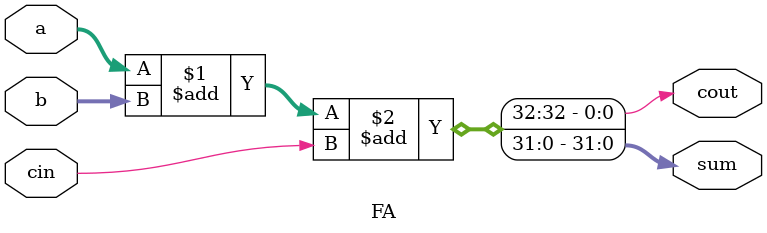
<source format=v>
module FA (
    input  [31:0] a,
    input  [31:0] b,
    input         cin,
    output [31:0] sum,
    output        cout
);
  assign {cout, sum} = a + b + cin;
endmodule

</source>
